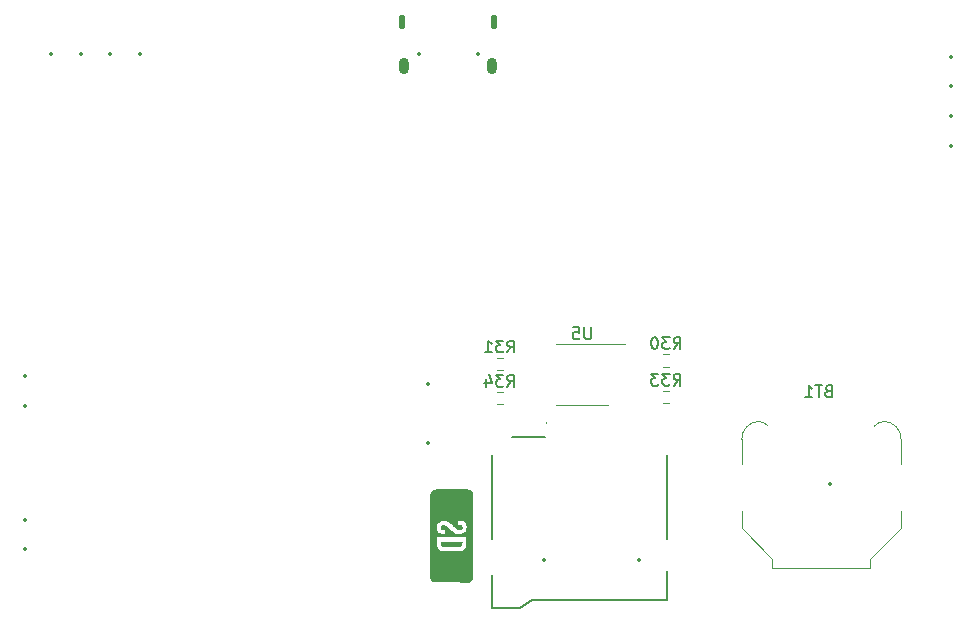
<source format=gbo>
%TF.GenerationSoftware,KiCad,Pcbnew,7.0.7*%
%TF.CreationDate,2024-05-31T17:05:06+03:00*%
%TF.ProjectId,hecatlon_raid_eye,68656361-746c-46f6-9e5f-726169645f65,rev?*%
%TF.SameCoordinates,Original*%
%TF.FileFunction,Legend,Bot*%
%TF.FilePolarity,Positive*%
%FSLAX46Y46*%
G04 Gerber Fmt 4.6, Leading zero omitted, Abs format (unit mm)*
G04 Created by KiCad (PCBNEW 7.0.7) date 2024-05-31 17:05:06*
%MOMM*%
%LPD*%
G01*
G04 APERTURE LIST*
%ADD10C,0.150000*%
%ADD11C,0.120000*%
%ADD12C,0.200000*%
%ADD13C,0.350000*%
%ADD14O,0.550000X1.200000*%
%ADD15O,0.850000X1.400000*%
G04 APERTURE END LIST*
D10*
X224617857Y-73468819D02*
X224951190Y-72992628D01*
X225189285Y-73468819D02*
X225189285Y-72468819D01*
X225189285Y-72468819D02*
X224808333Y-72468819D01*
X224808333Y-72468819D02*
X224713095Y-72516438D01*
X224713095Y-72516438D02*
X224665476Y-72564057D01*
X224665476Y-72564057D02*
X224617857Y-72659295D01*
X224617857Y-72659295D02*
X224617857Y-72802152D01*
X224617857Y-72802152D02*
X224665476Y-72897390D01*
X224665476Y-72897390D02*
X224713095Y-72945009D01*
X224713095Y-72945009D02*
X224808333Y-72992628D01*
X224808333Y-72992628D02*
X225189285Y-72992628D01*
X224284523Y-72468819D02*
X223665476Y-72468819D01*
X223665476Y-72468819D02*
X223998809Y-72849771D01*
X223998809Y-72849771D02*
X223855952Y-72849771D01*
X223855952Y-72849771D02*
X223760714Y-72897390D01*
X223760714Y-72897390D02*
X223713095Y-72945009D01*
X223713095Y-72945009D02*
X223665476Y-73040247D01*
X223665476Y-73040247D02*
X223665476Y-73278342D01*
X223665476Y-73278342D02*
X223713095Y-73373580D01*
X223713095Y-73373580D02*
X223760714Y-73421200D01*
X223760714Y-73421200D02*
X223855952Y-73468819D01*
X223855952Y-73468819D02*
X224141666Y-73468819D01*
X224141666Y-73468819D02*
X224236904Y-73421200D01*
X224236904Y-73421200D02*
X224284523Y-73373580D01*
X222713095Y-73468819D02*
X223284523Y-73468819D01*
X222998809Y-73468819D02*
X222998809Y-72468819D01*
X222998809Y-72468819D02*
X223094047Y-72611676D01*
X223094047Y-72611676D02*
X223189285Y-72706914D01*
X223189285Y-72706914D02*
X223284523Y-72754533D01*
X251785714Y-76731009D02*
X251642857Y-76778628D01*
X251642857Y-76778628D02*
X251595238Y-76826247D01*
X251595238Y-76826247D02*
X251547619Y-76921485D01*
X251547619Y-76921485D02*
X251547619Y-77064342D01*
X251547619Y-77064342D02*
X251595238Y-77159580D01*
X251595238Y-77159580D02*
X251642857Y-77207200D01*
X251642857Y-77207200D02*
X251738095Y-77254819D01*
X251738095Y-77254819D02*
X252119047Y-77254819D01*
X252119047Y-77254819D02*
X252119047Y-76254819D01*
X252119047Y-76254819D02*
X251785714Y-76254819D01*
X251785714Y-76254819D02*
X251690476Y-76302438D01*
X251690476Y-76302438D02*
X251642857Y-76350057D01*
X251642857Y-76350057D02*
X251595238Y-76445295D01*
X251595238Y-76445295D02*
X251595238Y-76540533D01*
X251595238Y-76540533D02*
X251642857Y-76635771D01*
X251642857Y-76635771D02*
X251690476Y-76683390D01*
X251690476Y-76683390D02*
X251785714Y-76731009D01*
X251785714Y-76731009D02*
X252119047Y-76731009D01*
X251261904Y-76254819D02*
X250690476Y-76254819D01*
X250976190Y-77254819D02*
X250976190Y-76254819D01*
X249833333Y-77254819D02*
X250404761Y-77254819D01*
X250119047Y-77254819D02*
X250119047Y-76254819D01*
X250119047Y-76254819D02*
X250214285Y-76397676D01*
X250214285Y-76397676D02*
X250309523Y-76492914D01*
X250309523Y-76492914D02*
X250404761Y-76540533D01*
X224617857Y-76368819D02*
X224951190Y-75892628D01*
X225189285Y-76368819D02*
X225189285Y-75368819D01*
X225189285Y-75368819D02*
X224808333Y-75368819D01*
X224808333Y-75368819D02*
X224713095Y-75416438D01*
X224713095Y-75416438D02*
X224665476Y-75464057D01*
X224665476Y-75464057D02*
X224617857Y-75559295D01*
X224617857Y-75559295D02*
X224617857Y-75702152D01*
X224617857Y-75702152D02*
X224665476Y-75797390D01*
X224665476Y-75797390D02*
X224713095Y-75845009D01*
X224713095Y-75845009D02*
X224808333Y-75892628D01*
X224808333Y-75892628D02*
X225189285Y-75892628D01*
X224284523Y-75368819D02*
X223665476Y-75368819D01*
X223665476Y-75368819D02*
X223998809Y-75749771D01*
X223998809Y-75749771D02*
X223855952Y-75749771D01*
X223855952Y-75749771D02*
X223760714Y-75797390D01*
X223760714Y-75797390D02*
X223713095Y-75845009D01*
X223713095Y-75845009D02*
X223665476Y-75940247D01*
X223665476Y-75940247D02*
X223665476Y-76178342D01*
X223665476Y-76178342D02*
X223713095Y-76273580D01*
X223713095Y-76273580D02*
X223760714Y-76321200D01*
X223760714Y-76321200D02*
X223855952Y-76368819D01*
X223855952Y-76368819D02*
X224141666Y-76368819D01*
X224141666Y-76368819D02*
X224236904Y-76321200D01*
X224236904Y-76321200D02*
X224284523Y-76273580D01*
X222808333Y-75702152D02*
X222808333Y-76368819D01*
X223046428Y-75321200D02*
X223284523Y-76035485D01*
X223284523Y-76035485D02*
X222665476Y-76035485D01*
X238692857Y-73168819D02*
X239026190Y-72692628D01*
X239264285Y-73168819D02*
X239264285Y-72168819D01*
X239264285Y-72168819D02*
X238883333Y-72168819D01*
X238883333Y-72168819D02*
X238788095Y-72216438D01*
X238788095Y-72216438D02*
X238740476Y-72264057D01*
X238740476Y-72264057D02*
X238692857Y-72359295D01*
X238692857Y-72359295D02*
X238692857Y-72502152D01*
X238692857Y-72502152D02*
X238740476Y-72597390D01*
X238740476Y-72597390D02*
X238788095Y-72645009D01*
X238788095Y-72645009D02*
X238883333Y-72692628D01*
X238883333Y-72692628D02*
X239264285Y-72692628D01*
X238359523Y-72168819D02*
X237740476Y-72168819D01*
X237740476Y-72168819D02*
X238073809Y-72549771D01*
X238073809Y-72549771D02*
X237930952Y-72549771D01*
X237930952Y-72549771D02*
X237835714Y-72597390D01*
X237835714Y-72597390D02*
X237788095Y-72645009D01*
X237788095Y-72645009D02*
X237740476Y-72740247D01*
X237740476Y-72740247D02*
X237740476Y-72978342D01*
X237740476Y-72978342D02*
X237788095Y-73073580D01*
X237788095Y-73073580D02*
X237835714Y-73121200D01*
X237835714Y-73121200D02*
X237930952Y-73168819D01*
X237930952Y-73168819D02*
X238216666Y-73168819D01*
X238216666Y-73168819D02*
X238311904Y-73121200D01*
X238311904Y-73121200D02*
X238359523Y-73073580D01*
X237121428Y-72168819D02*
X237026190Y-72168819D01*
X237026190Y-72168819D02*
X236930952Y-72216438D01*
X236930952Y-72216438D02*
X236883333Y-72264057D01*
X236883333Y-72264057D02*
X236835714Y-72359295D01*
X236835714Y-72359295D02*
X236788095Y-72549771D01*
X236788095Y-72549771D02*
X236788095Y-72787866D01*
X236788095Y-72787866D02*
X236835714Y-72978342D01*
X236835714Y-72978342D02*
X236883333Y-73073580D01*
X236883333Y-73073580D02*
X236930952Y-73121200D01*
X236930952Y-73121200D02*
X237026190Y-73168819D01*
X237026190Y-73168819D02*
X237121428Y-73168819D01*
X237121428Y-73168819D02*
X237216666Y-73121200D01*
X237216666Y-73121200D02*
X237264285Y-73073580D01*
X237264285Y-73073580D02*
X237311904Y-72978342D01*
X237311904Y-72978342D02*
X237359523Y-72787866D01*
X237359523Y-72787866D02*
X237359523Y-72549771D01*
X237359523Y-72549771D02*
X237311904Y-72359295D01*
X237311904Y-72359295D02*
X237264285Y-72264057D01*
X237264285Y-72264057D02*
X237216666Y-72216438D01*
X237216666Y-72216438D02*
X237121428Y-72168819D01*
X231711904Y-71348819D02*
X231711904Y-72158342D01*
X231711904Y-72158342D02*
X231664285Y-72253580D01*
X231664285Y-72253580D02*
X231616666Y-72301200D01*
X231616666Y-72301200D02*
X231521428Y-72348819D01*
X231521428Y-72348819D02*
X231330952Y-72348819D01*
X231330952Y-72348819D02*
X231235714Y-72301200D01*
X231235714Y-72301200D02*
X231188095Y-72253580D01*
X231188095Y-72253580D02*
X231140476Y-72158342D01*
X231140476Y-72158342D02*
X231140476Y-71348819D01*
X230188095Y-71348819D02*
X230664285Y-71348819D01*
X230664285Y-71348819D02*
X230711904Y-71825009D01*
X230711904Y-71825009D02*
X230664285Y-71777390D01*
X230664285Y-71777390D02*
X230569047Y-71729771D01*
X230569047Y-71729771D02*
X230330952Y-71729771D01*
X230330952Y-71729771D02*
X230235714Y-71777390D01*
X230235714Y-71777390D02*
X230188095Y-71825009D01*
X230188095Y-71825009D02*
X230140476Y-71920247D01*
X230140476Y-71920247D02*
X230140476Y-72158342D01*
X230140476Y-72158342D02*
X230188095Y-72253580D01*
X230188095Y-72253580D02*
X230235714Y-72301200D01*
X230235714Y-72301200D02*
X230330952Y-72348819D01*
X230330952Y-72348819D02*
X230569047Y-72348819D01*
X230569047Y-72348819D02*
X230664285Y-72301200D01*
X230664285Y-72301200D02*
X230711904Y-72253580D01*
X238692857Y-76268819D02*
X239026190Y-75792628D01*
X239264285Y-76268819D02*
X239264285Y-75268819D01*
X239264285Y-75268819D02*
X238883333Y-75268819D01*
X238883333Y-75268819D02*
X238788095Y-75316438D01*
X238788095Y-75316438D02*
X238740476Y-75364057D01*
X238740476Y-75364057D02*
X238692857Y-75459295D01*
X238692857Y-75459295D02*
X238692857Y-75602152D01*
X238692857Y-75602152D02*
X238740476Y-75697390D01*
X238740476Y-75697390D02*
X238788095Y-75745009D01*
X238788095Y-75745009D02*
X238883333Y-75792628D01*
X238883333Y-75792628D02*
X239264285Y-75792628D01*
X238359523Y-75268819D02*
X237740476Y-75268819D01*
X237740476Y-75268819D02*
X238073809Y-75649771D01*
X238073809Y-75649771D02*
X237930952Y-75649771D01*
X237930952Y-75649771D02*
X237835714Y-75697390D01*
X237835714Y-75697390D02*
X237788095Y-75745009D01*
X237788095Y-75745009D02*
X237740476Y-75840247D01*
X237740476Y-75840247D02*
X237740476Y-76078342D01*
X237740476Y-76078342D02*
X237788095Y-76173580D01*
X237788095Y-76173580D02*
X237835714Y-76221200D01*
X237835714Y-76221200D02*
X237930952Y-76268819D01*
X237930952Y-76268819D02*
X238216666Y-76268819D01*
X238216666Y-76268819D02*
X238311904Y-76221200D01*
X238311904Y-76221200D02*
X238359523Y-76173580D01*
X237407142Y-75268819D02*
X236788095Y-75268819D01*
X236788095Y-75268819D02*
X237121428Y-75649771D01*
X237121428Y-75649771D02*
X236978571Y-75649771D01*
X236978571Y-75649771D02*
X236883333Y-75697390D01*
X236883333Y-75697390D02*
X236835714Y-75745009D01*
X236835714Y-75745009D02*
X236788095Y-75840247D01*
X236788095Y-75840247D02*
X236788095Y-76078342D01*
X236788095Y-76078342D02*
X236835714Y-76173580D01*
X236835714Y-76173580D02*
X236883333Y-76221200D01*
X236883333Y-76221200D02*
X236978571Y-76268819D01*
X236978571Y-76268819D02*
X237264285Y-76268819D01*
X237264285Y-76268819D02*
X237359523Y-76221200D01*
X237359523Y-76221200D02*
X237407142Y-76173580D01*
%TO.C,G\u002A\u002A\u002A*%
G36*
X220810011Y-89662099D02*
G01*
X220800532Y-89750416D01*
X220778884Y-89831486D01*
X220743862Y-89876747D01*
X220720323Y-89887473D01*
X220672053Y-89897238D01*
X220595405Y-89904635D01*
X220484609Y-89909929D01*
X220333894Y-89913384D01*
X220137491Y-89915263D01*
X219889629Y-89915830D01*
X219870153Y-89915832D01*
X219622629Y-89915787D01*
X219426064Y-89914457D01*
X219274591Y-89910142D01*
X219162346Y-89901147D01*
X219083463Y-89885773D01*
X219032075Y-89862323D01*
X219002318Y-89829100D01*
X218988325Y-89784406D01*
X218984231Y-89726544D01*
X218984169Y-89653817D01*
X218984169Y-89486535D01*
X219903439Y-89486535D01*
X220822710Y-89486535D01*
X220810011Y-89662099D01*
G37*
G36*
X220822835Y-85054294D02*
G01*
X220989548Y-85055865D01*
X221121724Y-85058586D01*
X221224227Y-85062569D01*
X221301922Y-85067926D01*
X221359674Y-85074769D01*
X221402346Y-85083211D01*
X221434804Y-85093363D01*
X221548857Y-85150651D01*
X221631222Y-85233586D01*
X221690425Y-85356247D01*
X221694367Y-85370590D01*
X221699852Y-85405174D01*
X221704721Y-85457597D01*
X221709000Y-85530673D01*
X221712714Y-85627216D01*
X221715888Y-85750042D01*
X221718547Y-85901963D01*
X221720717Y-86085794D01*
X221722422Y-86304350D01*
X221723688Y-86560445D01*
X221724541Y-86856893D01*
X221725004Y-87196509D01*
X221725105Y-87582106D01*
X221724867Y-88016499D01*
X221724316Y-88502502D01*
X221723478Y-89042929D01*
X221723365Y-89109199D01*
X221722456Y-89628766D01*
X221721575Y-90094498D01*
X221720668Y-90509436D01*
X221719682Y-90876618D01*
X221718565Y-91199084D01*
X221717262Y-91479874D01*
X221715723Y-91722028D01*
X221713892Y-91928584D01*
X221711719Y-92102582D01*
X221709149Y-92247061D01*
X221706130Y-92365062D01*
X221702609Y-92459623D01*
X221698533Y-92533784D01*
X221693848Y-92590585D01*
X221688504Y-92633065D01*
X221682445Y-92664263D01*
X221675620Y-92687219D01*
X221667975Y-92704972D01*
X221659457Y-92720563D01*
X221654749Y-92728354D01*
X221577817Y-92814761D01*
X221473429Y-92885769D01*
X221345295Y-92950807D01*
X219851991Y-92943009D01*
X219782090Y-92942643D01*
X219462258Y-92940881D01*
X219193887Y-92939117D01*
X218972155Y-92937144D01*
X218792240Y-92934757D01*
X218649320Y-92931753D01*
X218538573Y-92927925D01*
X218455176Y-92923070D01*
X218394308Y-92916982D01*
X218351145Y-92909456D01*
X218320867Y-92900287D01*
X218298651Y-92889271D01*
X218279675Y-92876203D01*
X218209815Y-92814572D01*
X218141656Y-92738161D01*
X218136901Y-92731695D01*
X218128795Y-92719001D01*
X218121540Y-92702815D01*
X218115088Y-92680152D01*
X218109392Y-92648024D01*
X218104405Y-92603447D01*
X218100080Y-92543434D01*
X218096370Y-92465000D01*
X218093228Y-92365158D01*
X218090606Y-92240922D01*
X218088458Y-92089307D01*
X218086736Y-91907326D01*
X218085393Y-91691993D01*
X218084382Y-91440323D01*
X218083656Y-91149330D01*
X218083167Y-90816027D01*
X218082870Y-90437428D01*
X218082715Y-90010548D01*
X218082657Y-89532400D01*
X218082650Y-89114478D01*
X218633396Y-89114478D01*
X218646480Y-89508000D01*
X218655398Y-89687983D01*
X218673378Y-89852573D01*
X218702614Y-89977414D01*
X218746346Y-90071792D01*
X218807816Y-90144992D01*
X218890266Y-90206299D01*
X218894765Y-90209088D01*
X218927318Y-90227971D01*
X218961428Y-90242856D01*
X219004056Y-90254310D01*
X219062162Y-90262900D01*
X219142705Y-90269193D01*
X219252646Y-90273756D01*
X219398944Y-90277156D01*
X219588559Y-90279961D01*
X219828451Y-90282737D01*
X219838582Y-90282848D01*
X220138151Y-90284764D01*
X220380742Y-90283435D01*
X220566312Y-90278861D01*
X220694819Y-90271042D01*
X220766220Y-90259981D01*
X220830492Y-90235161D01*
X220949789Y-90158573D01*
X221045563Y-90058123D01*
X221101173Y-89949251D01*
X221101345Y-89948626D01*
X221112618Y-89878698D01*
X221121868Y-89767013D01*
X221128141Y-89628822D01*
X221130488Y-89479380D01*
X221130647Y-89114478D01*
X219882022Y-89114478D01*
X218633396Y-89114478D01*
X218082650Y-89114478D01*
X218082648Y-89000000D01*
X218082650Y-88705101D01*
X218082679Y-88210885D01*
X218630924Y-88210885D01*
X218632148Y-88376807D01*
X218633396Y-88381399D01*
X218675273Y-88535585D01*
X218760761Y-88672821D01*
X218810949Y-88718949D01*
X218932000Y-88789658D01*
X219075162Y-88838608D01*
X219218322Y-88856902D01*
X219228241Y-88856874D01*
X219268695Y-88852606D01*
X219289747Y-88831559D01*
X219297732Y-88780247D01*
X219298986Y-88685184D01*
X219298986Y-88513465D01*
X219211246Y-88513465D01*
X219135807Y-88504644D01*
X219040676Y-88469199D01*
X218977453Y-88416167D01*
X218964982Y-88389845D01*
X218955514Y-88304528D01*
X218972680Y-88212148D01*
X219012789Y-88141409D01*
X219086989Y-88100552D01*
X219195486Y-88084290D01*
X219317662Y-88094710D01*
X219434539Y-88132227D01*
X219436168Y-88133017D01*
X219496636Y-88173152D01*
X219584561Y-88244524D01*
X219688400Y-88337271D01*
X219796610Y-88441533D01*
X219922089Y-88563112D01*
X220057247Y-88678915D01*
X220177624Y-88759069D01*
X220294039Y-88809268D01*
X220417309Y-88835210D01*
X220558253Y-88842592D01*
X220727924Y-88830081D01*
X220885865Y-88782641D01*
X221006493Y-88697398D01*
X221094873Y-88571795D01*
X221143144Y-88429761D01*
X221157109Y-88265779D01*
X221135329Y-88103024D01*
X221080042Y-87957532D01*
X220993485Y-87845336D01*
X220992677Y-87844620D01*
X220880453Y-87776395D01*
X220731952Y-87730771D01*
X220565408Y-87713369D01*
X220415154Y-87712113D01*
X220415154Y-87883831D01*
X220415154Y-88055550D01*
X220568127Y-88055550D01*
X220650199Y-88060888D01*
X220751068Y-88095189D01*
X220808849Y-88163926D01*
X220827278Y-88270198D01*
X220823309Y-88323585D01*
X220785208Y-88414326D01*
X220705105Y-88467504D01*
X220581016Y-88484846D01*
X220495047Y-88479908D01*
X220413531Y-88460608D01*
X220331229Y-88421302D01*
X220238765Y-88356352D01*
X220126766Y-88260122D01*
X219985859Y-88126976D01*
X219978153Y-88119534D01*
X219865298Y-88014807D01*
X219756418Y-87920775D01*
X219663573Y-87847471D01*
X219598822Y-87804929D01*
X219453742Y-87748866D01*
X219269265Y-87720085D01*
X219087648Y-87732980D01*
X218922193Y-87786340D01*
X218786204Y-87878952D01*
X218752333Y-87915210D01*
X218671140Y-88052219D01*
X218630924Y-88210885D01*
X218082679Y-88210885D01*
X218082680Y-88202417D01*
X218082784Y-87752372D01*
X218083010Y-87351978D01*
X218083405Y-86998252D01*
X218084016Y-86688205D01*
X218084890Y-86418853D01*
X218086075Y-86187209D01*
X218087617Y-85990288D01*
X218089564Y-85825103D01*
X218091963Y-85688668D01*
X218094860Y-85577998D01*
X218098304Y-85490106D01*
X218102340Y-85422007D01*
X218107017Y-85370714D01*
X218112382Y-85333242D01*
X218118481Y-85306605D01*
X218125361Y-85287816D01*
X218133071Y-85273889D01*
X218141656Y-85261839D01*
X218203279Y-85191963D01*
X218279669Y-85123797D01*
X218282174Y-85121937D01*
X218301403Y-85109095D01*
X218324545Y-85098295D01*
X218356447Y-85089327D01*
X218401957Y-85081983D01*
X218465923Y-85076052D01*
X218553193Y-85071327D01*
X218668615Y-85067597D01*
X218817037Y-85064653D01*
X219003305Y-85062287D01*
X219232270Y-85060289D01*
X219508777Y-85058450D01*
X219837675Y-85056560D01*
X220066824Y-85055360D01*
X220366338Y-85054154D01*
X220415154Y-85054077D01*
X220616720Y-85053761D01*
X220822835Y-85054294D01*
G37*
D11*
%TO.C,R31*%
X224212258Y-74966500D02*
X223737742Y-74966500D01*
X224212258Y-73921500D02*
X223737742Y-73921500D01*
%TO.C,BT1*%
X244450000Y-82900000D02*
X244450000Y-80800000D01*
X244450000Y-86900000D02*
X244450000Y-88350000D01*
X244450000Y-88350000D02*
X247050000Y-90950000D01*
X247050000Y-90950000D02*
X247050000Y-91750000D01*
X247050000Y-91750000D02*
X255350000Y-91750000D01*
X255350000Y-90950000D02*
X257950000Y-88350000D01*
X255350000Y-91750000D02*
X255350000Y-90950000D01*
X257950000Y-82900000D02*
X257950000Y-80800000D01*
X257950000Y-88350000D02*
X257950000Y-86900000D01*
X245900000Y-79300000D02*
G75*
G03*
X244450000Y-80850000I49999J-1499999D01*
G01*
X246700000Y-79700000D02*
G75*
G03*
X245785385Y-79315840I-790000J-600001D01*
G01*
X256614615Y-79315840D02*
G75*
G03*
X255700000Y-79700000I-124615J-984160D01*
G01*
X257950000Y-80850000D02*
G75*
G03*
X256500000Y-79300000I-1500000J50000D01*
G01*
%TO.C,R34*%
X224212258Y-77866500D02*
X223737742Y-77866500D01*
X224212258Y-76821500D02*
X223737742Y-76821500D01*
%TO.C,R30*%
X238287258Y-74666500D02*
X237812742Y-74666500D01*
X238287258Y-73621500D02*
X237812742Y-73621500D01*
%TO.C,U5*%
X230950000Y-77954000D02*
X233150000Y-77954000D01*
X230950000Y-77954000D02*
X228750000Y-77954000D01*
X230950000Y-72734000D02*
X234550000Y-72734000D01*
X230950000Y-72734000D02*
X228750000Y-72734000D01*
D12*
%TO.C,J10*%
X238100000Y-94400000D02*
X238100000Y-91994000D01*
X238100000Y-82140000D02*
X238100000Y-89255000D01*
X227775000Y-80659000D02*
X225027000Y-80659000D01*
X226715000Y-94400000D02*
X238100000Y-94400000D01*
X225715000Y-95100000D02*
X226715000Y-94400000D01*
X225715000Y-95100000D02*
X223350000Y-95100000D01*
X223350000Y-95100000D02*
X223350000Y-92294000D01*
X223350000Y-82140000D02*
X223350000Y-89255000D01*
X227927000Y-79400000D02*
G75*
G03*
X227927000Y-79400000I-12000J0D01*
G01*
D11*
%TO.C,R33*%
X238287258Y-77766500D02*
X237812742Y-77766500D01*
X238287258Y-76721500D02*
X237812742Y-76721500D01*
%TD*%
D13*
X251964000Y-84574000D03*
X183800000Y-87650000D03*
X183800000Y-90150000D03*
X222100000Y-48200000D03*
X217100000Y-48200000D03*
D14*
X223475000Y-45450000D03*
D15*
X223325000Y-49250000D03*
X215875000Y-49250000D03*
D14*
X215725000Y-45450000D03*
D13*
X183800000Y-75500000D03*
X183800000Y-78000000D03*
X217900000Y-81100000D03*
X217900000Y-76100000D03*
X262200000Y-55950000D03*
X262200000Y-53450000D03*
X262200000Y-50950000D03*
X262200000Y-48450000D03*
X193500000Y-48200000D03*
X191000000Y-48200000D03*
X188500000Y-48200000D03*
X186000000Y-48200000D03*
X235725000Y-91000000D03*
X227725000Y-91000000D03*
M02*

</source>
